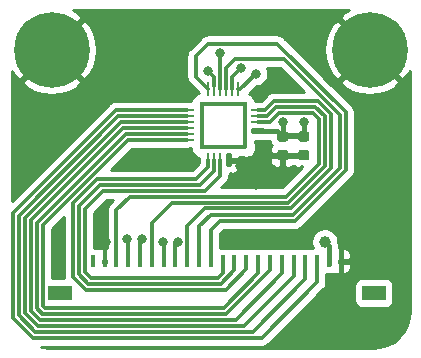
<source format=gbr>
%TF.GenerationSoftware,KiCad,Pcbnew,(5.1.6)-1*%
%TF.CreationDate,2020-10-09T22:51:26+02:00*%
%TF.ProjectId,PCB_Sensor_Array,5043425f-5365-46e7-936f-725f41727261,rev?*%
%TF.SameCoordinates,Original*%
%TF.FileFunction,Copper,L1,Top*%
%TF.FilePolarity,Positive*%
%FSLAX46Y46*%
G04 Gerber Fmt 4.6, Leading zero omitted, Abs format (unit mm)*
G04 Created by KiCad (PCBNEW (5.1.6)-1) date 2020-10-09 22:51:26*
%MOMM*%
%LPD*%
G01*
G04 APERTURE LIST*
%TA.AperFunction,ComponentPad*%
%ADD10C,0.800000*%
%TD*%
%TA.AperFunction,ComponentPad*%
%ADD11C,6.400000*%
%TD*%
%TA.AperFunction,SMDPad,CuDef*%
%ADD12R,0.400000X1.000000*%
%TD*%
%TA.AperFunction,SMDPad,CuDef*%
%ADD13R,2.000000X1.300000*%
%TD*%
%TA.AperFunction,WasherPad*%
%ADD14R,4.000000X0.410000*%
%TD*%
%TA.AperFunction,WasherPad*%
%ADD15R,0.410000X4.000000*%
%TD*%
%TA.AperFunction,SMDPad,CuDef*%
%ADD16O,0.250000X1.250000*%
%TD*%
%TA.AperFunction,SMDPad,CuDef*%
%ADD17O,1.250000X0.250000*%
%TD*%
%TA.AperFunction,SMDPad,CuDef*%
%ADD18O,1.250000X0.500000*%
%TD*%
%TA.AperFunction,SMDPad,CuDef*%
%ADD19O,0.550000X1.250000*%
%TD*%
%TA.AperFunction,ViaPad*%
%ADD20C,0.800000*%
%TD*%
%TA.AperFunction,ViaPad*%
%ADD21C,1.000000*%
%TD*%
%TA.AperFunction,Conductor*%
%ADD22C,0.300000*%
%TD*%
%TA.AperFunction,Conductor*%
%ADD23C,0.400000*%
%TD*%
%TA.AperFunction,Conductor*%
%ADD24C,0.500000*%
%TD*%
%TA.AperFunction,Conductor*%
%ADD25C,0.254000*%
%TD*%
G04 APERTURE END LIST*
D10*
%TO.P,H2,1*%
%TO.N,GND*%
X114727056Y-62818944D03*
X113030000Y-62116000D03*
X111332944Y-62818944D03*
X110630000Y-64516000D03*
X111332944Y-66213056D03*
X113030000Y-66916000D03*
X114727056Y-66213056D03*
X115430000Y-64516000D03*
D11*
X113030000Y-64516000D03*
%TD*%
D10*
%TO.P,H1,1*%
%TO.N,GND*%
X87803056Y-62818944D03*
X86106000Y-62116000D03*
X84408944Y-62818944D03*
X83706000Y-64516000D03*
X84408944Y-66213056D03*
X86106000Y-66916000D03*
X87803056Y-66213056D03*
X88506000Y-64516000D03*
D11*
X86106000Y-64516000D03*
%TD*%
%TO.P,C2,2*%
%TO.N,GND*%
%TA.AperFunction,SMDPad,CuDef*%
G36*
G01*
X105407750Y-72994000D02*
X105920250Y-72994000D01*
G75*
G02*
X106139000Y-73212750I0J-218750D01*
G01*
X106139000Y-73650250D01*
G75*
G02*
X105920250Y-73869000I-218750J0D01*
G01*
X105407750Y-73869000D01*
G75*
G02*
X105189000Y-73650250I0J218750D01*
G01*
X105189000Y-73212750D01*
G75*
G02*
X105407750Y-72994000I218750J0D01*
G01*
G37*
%TD.AperFunction*%
%TO.P,C2,1*%
%TO.N,+1V0*%
%TA.AperFunction,SMDPad,CuDef*%
G36*
G01*
X105407750Y-71419000D02*
X105920250Y-71419000D01*
G75*
G02*
X106139000Y-71637750I0J-218750D01*
G01*
X106139000Y-72075250D01*
G75*
G02*
X105920250Y-72294000I-218750J0D01*
G01*
X105407750Y-72294000D01*
G75*
G02*
X105189000Y-72075250I0J218750D01*
G01*
X105189000Y-71637750D01*
G75*
G02*
X105407750Y-71419000I218750J0D01*
G01*
G37*
%TD.AperFunction*%
%TD*%
%TO.P,C1,2*%
%TO.N,GND*%
%TA.AperFunction,SMDPad,CuDef*%
G36*
G01*
X107185750Y-72994000D02*
X107698250Y-72994000D01*
G75*
G02*
X107917000Y-73212750I0J-218750D01*
G01*
X107917000Y-73650250D01*
G75*
G02*
X107698250Y-73869000I-218750J0D01*
G01*
X107185750Y-73869000D01*
G75*
G02*
X106967000Y-73650250I0J218750D01*
G01*
X106967000Y-73212750D01*
G75*
G02*
X107185750Y-72994000I218750J0D01*
G01*
G37*
%TD.AperFunction*%
%TO.P,C1,1*%
%TO.N,+1V0*%
%TA.AperFunction,SMDPad,CuDef*%
G36*
G01*
X107185750Y-71419000D02*
X107698250Y-71419000D01*
G75*
G02*
X107917000Y-71637750I0J-218750D01*
G01*
X107917000Y-72075250D01*
G75*
G02*
X107698250Y-72294000I-218750J0D01*
G01*
X107185750Y-72294000D01*
G75*
G02*
X106967000Y-72075250I0J218750D01*
G01*
X106967000Y-71637750D01*
G75*
G02*
X107185750Y-71419000I218750J0D01*
G01*
G37*
%TD.AperFunction*%
%TD*%
D12*
%TO.P,J1,22*%
%TO.N,GND*%
X110576000Y-82402000D03*
%TO.P,J1,21*%
%TO.N,+1V0*%
X109576000Y-82402000D03*
%TO.P,J1,20*%
%TO.N,Sensor_A1*%
X108576000Y-82402000D03*
%TO.P,J1,19*%
%TO.N,Sensor_A2*%
X107576000Y-82402000D03*
%TO.P,J1,18*%
%TO.N,Sensor_A3*%
X106576000Y-82402000D03*
%TO.P,J1,17*%
%TO.N,Sensor_A4*%
X105576000Y-82402000D03*
%TO.P,J1,16*%
%TO.N,Sensor_A5*%
X104576000Y-82402000D03*
%TO.P,J1,15*%
%TO.N,Sensor_A6*%
X103576000Y-82402000D03*
%TO.P,J1,14*%
%TO.N,Sensor_A7*%
X102576000Y-82402000D03*
%TO.P,J1,13*%
%TO.N,Sensor_A8*%
X101576000Y-82402000D03*
%TO.P,J1,12*%
%TO.N,Sensor_A9*%
X100576000Y-82402000D03*
%TO.P,J1,11*%
%TO.N,Sensor_B1*%
X99576000Y-82402000D03*
%TO.P,J1,10*%
%TO.N,Sensor_B2*%
X98576000Y-82402000D03*
%TO.P,J1,9*%
%TO.N,Sensor_B3*%
X97576000Y-82402000D03*
%TO.P,J1,8*%
%TO.N,Sensor_B4*%
X96576000Y-82402000D03*
%TO.P,J1,7*%
%TO.N,Sensor_B5*%
X95576000Y-82402000D03*
%TO.P,J1,6*%
%TO.N,Sensor_B6*%
X94576000Y-82402000D03*
%TO.P,J1,5*%
%TO.N,Sensor_B7*%
X93576000Y-82402000D03*
%TO.P,J1,4*%
%TO.N,Sensor_B8*%
X92576000Y-82402000D03*
%TO.P,J1,3*%
%TO.N,Sensor_B9*%
X91576000Y-82402000D03*
%TO.P,J1,2*%
%TO.N,GND*%
X90576000Y-82402000D03*
%TO.P,J1,1*%
%TO.N,Net-(J1-Pad1)*%
X89576000Y-82402000D03*
D13*
%TO.P,J1,MP*%
%TO.N,N/C*%
X113376000Y-85102000D03*
X86776000Y-85102000D03*
%TD*%
D14*
%TO.P,U1,*%
%TO.N,*%
X100644000Y-72726000D03*
X100644000Y-69116000D03*
D15*
X102444000Y-70916000D03*
X98844000Y-70926000D03*
D16*
%TO.P,U1,20*%
%TO.N,Sensor_B1*%
X99334000Y-67866000D03*
%TO.P,U1,19*%
%TO.N,Sensor_B4*%
X99834000Y-67866000D03*
%TO.P,U1,18*%
%TO.N,Sensor_B7*%
X100334000Y-67866000D03*
%TO.P,U1,17*%
%TO.N,Sensor_B2*%
X100834000Y-67866000D03*
%TO.P,U1,16*%
%TO.N,Sensor_B5*%
X101334000Y-67866000D03*
%TO.P,U1,15*%
%TO.N,Sensor_B8*%
X101834000Y-67866000D03*
D17*
%TO.P,U1,14*%
%TO.N,Sensor_B3*%
X103584000Y-69616000D03*
%TO.P,U1,13*%
%TO.N,Sensor_B6*%
X103584000Y-70116000D03*
%TO.P,U1,12*%
%TO.N,Sensor_B9*%
X103584000Y-70616000D03*
D18*
%TO.P,U1,11*%
%TO.N,+1V0*%
X103584000Y-71366000D03*
D19*
%TO.P,U1,10*%
%TO.N,GND*%
X101084000Y-73866000D03*
D16*
%TO.P,U1,9*%
%TO.N,Sensor_A9*%
X100334000Y-73866000D03*
%TO.P,U1,8*%
%TO.N,Sensor_A8*%
X99834000Y-73866000D03*
%TO.P,U1,7*%
%TO.N,Sensor_A7*%
X99334000Y-73866000D03*
D17*
%TO.P,U1,6*%
%TO.N,Sensor_A6*%
X97584000Y-72116000D03*
%TO.P,U1,5*%
%TO.N,Sensor_A5*%
X97584000Y-71616000D03*
%TO.P,U1,4*%
%TO.N,Sensor_A4*%
X97584000Y-71116000D03*
%TO.P,U1,3*%
%TO.N,Sensor_A3*%
X97584000Y-70616000D03*
%TO.P,U1,2*%
%TO.N,Sensor_A2*%
X97584000Y-70116000D03*
%TO.P,U1,1*%
%TO.N,Sensor_A1*%
X97584000Y-69616000D03*
%TD*%
D20*
%TO.N,GND*%
X86614000Y-80518000D03*
X105664000Y-67310000D03*
X92710000Y-74168000D03*
X86106000Y-72390000D03*
%TO.N,Sensor_B8*%
X92456000Y-80518000D03*
%TO.N,Sensor_B7*%
X93726000Y-80518000D03*
%TO.N,Sensor_B5*%
X95504000Y-80772000D03*
%TO.N,Sensor_B4*%
X96774000Y-80772000D03*
D21*
%TO.N,GND*%
X110744000Y-80772000D03*
D20*
X102025000Y-74400000D03*
X103886000Y-73660000D03*
X90678000Y-80772000D03*
X101346000Y-80772000D03*
X103378000Y-75946000D03*
%TO.N,Sensor_B5*%
X102108000Y-66040000D03*
%TO.N,Sensor_B8*%
X103378000Y-66548000D03*
%TO.N,Sensor_B4*%
X99314000Y-66294000D03*
%TO.N,Sensor_B7*%
X100330000Y-64770000D03*
D21*
%TO.N,+1V0*%
X109220000Y-80772000D03*
D20*
X105664000Y-70612000D03*
X107442000Y-70612000D03*
%TD*%
D22*
%TO.N,GND*%
X110576000Y-80940000D02*
X110744000Y-80772000D01*
X110576000Y-82402000D02*
X110576000Y-80940000D01*
D23*
%TO.N,+1V0*%
X105173500Y-71366000D02*
X105664000Y-71856500D01*
X103584000Y-71366000D02*
X105173500Y-71366000D01*
D24*
X107442000Y-71856500D02*
X105664000Y-71856500D01*
D23*
X105664000Y-70612000D02*
X105664000Y-71856500D01*
X107442000Y-71856500D02*
X107442000Y-70612000D01*
X109576000Y-81128000D02*
X109474000Y-81026000D01*
X109576000Y-82656000D02*
X109576000Y-81128000D01*
D22*
%TO.N,Sensor_A1*%
X97584000Y-69616000D02*
X91550160Y-69616000D01*
X91550160Y-69616000D02*
X82804000Y-78362160D01*
X82804000Y-87199602D02*
X84504398Y-88900000D01*
X82804000Y-78362160D02*
X82804000Y-87199602D01*
X84504398Y-88900000D02*
X103886000Y-88900000D01*
X108576000Y-84210000D02*
X108576000Y-82656000D01*
X103886000Y-88900000D02*
X108576000Y-84210000D01*
%TO.N,Sensor_A2*%
X83312000Y-87000482D02*
X84703518Y-88392000D01*
X84703518Y-88392000D02*
X103124000Y-88392000D01*
X107576000Y-83940000D02*
X107576000Y-82656000D01*
X103124000Y-88392000D02*
X107576000Y-83940000D01*
X97584000Y-70116000D02*
X91757280Y-70116000D01*
X83312000Y-78561280D02*
X83312000Y-87000482D01*
X91757280Y-70116000D02*
X83312000Y-78561280D01*
%TO.N,Sensor_A3*%
X83843970Y-86825332D02*
X84902638Y-87884000D01*
X84902638Y-87884000D02*
X102362000Y-87884000D01*
X106576000Y-83670000D02*
X106576000Y-82656000D01*
X102362000Y-87884000D02*
X106576000Y-83670000D01*
X91964400Y-70616000D02*
X83812010Y-78768390D01*
X97584000Y-70616000D02*
X91964400Y-70616000D01*
X83843970Y-86383970D02*
X83843970Y-86825332D01*
X83812010Y-86352010D02*
X83843970Y-86383970D01*
X83812010Y-78768390D02*
X83812010Y-86352010D01*
%TO.N,Sensor_A4*%
X105576000Y-83456000D02*
X105576000Y-82656000D01*
X85081779Y-87356021D02*
X101675979Y-87356021D01*
X84343980Y-86618222D02*
X85081779Y-87356021D01*
X101675979Y-87356021D02*
X105576000Y-83456000D01*
X84343980Y-78943540D02*
X84343980Y-86618222D01*
X92171520Y-71116000D02*
X84343980Y-78943540D01*
X97584000Y-71116000D02*
X92171520Y-71116000D01*
%TO.N,Sensor_A5*%
X104576000Y-83163120D02*
X104576000Y-82656000D01*
X100883109Y-86856011D02*
X104576000Y-83163120D01*
X85288889Y-86856011D02*
X100883109Y-86856011D01*
X84843990Y-86411112D02*
X85288889Y-86856011D01*
X84843990Y-79150650D02*
X84843990Y-86411112D01*
X92378640Y-71616000D02*
X84843990Y-79150650D01*
X97584000Y-71616000D02*
X92378640Y-71616000D01*
%TO.N,Sensor_A6*%
X92585760Y-72116000D02*
X85344000Y-79357760D01*
X97584000Y-72116000D02*
X92585760Y-72116000D01*
X103576000Y-83456000D02*
X103576000Y-82656000D01*
X100675999Y-86356001D02*
X103576000Y-83456000D01*
X85495999Y-86356001D02*
X100675999Y-86356001D01*
X85344000Y-86204002D02*
X85495999Y-86356001D01*
X85344000Y-79357760D02*
X85344000Y-86204002D01*
%TO.N,Sensor_A7*%
X99334000Y-74402000D02*
X99334000Y-73866000D01*
X98282020Y-75453980D02*
X99334000Y-74402000D01*
X89954900Y-75453980D02*
X98282020Y-75453980D01*
X102576000Y-83098000D02*
X100853980Y-84820020D01*
X87899980Y-77508900D02*
X89954900Y-75453980D01*
X100853980Y-84820020D02*
X88995778Y-84820020D01*
X102576000Y-82656000D02*
X102576000Y-83098000D01*
X88995778Y-84820020D02*
X87899980Y-83724222D01*
X87899980Y-83724222D02*
X87899980Y-77508900D01*
%TO.N,Sensor_A8*%
X98671010Y-75953990D02*
X90162010Y-75953990D01*
X99834000Y-73866000D02*
X99834000Y-74791000D01*
X99834000Y-74791000D02*
X98671010Y-75953990D01*
X89202888Y-84320010D02*
X100419110Y-84320010D01*
X101576000Y-83163120D02*
X101576000Y-82656000D01*
X88399990Y-83517112D02*
X89202888Y-84320010D01*
X100419110Y-84320010D02*
X101576000Y-83163120D01*
X88399990Y-77716010D02*
X88399990Y-83517112D01*
X90162010Y-75953990D02*
X88399990Y-77716010D01*
%TO.N,Sensor_A9*%
X100588000Y-82644000D02*
X100576000Y-82656000D01*
X100334000Y-73866000D02*
X100334000Y-75180000D01*
X100334000Y-75180000D02*
X99060000Y-76454000D01*
X99060000Y-76454000D02*
X90424000Y-76454000D01*
X90424000Y-76454000D02*
X88900000Y-77978000D01*
X88900000Y-83310002D02*
X89409998Y-83820000D01*
X88900000Y-77978000D02*
X88900000Y-83310002D01*
X100576000Y-83456000D02*
X100576000Y-82656000D01*
X100212000Y-83820000D02*
X100576000Y-83456000D01*
X89409998Y-83820000D02*
X100212000Y-83820000D01*
%TO.N,Sensor_B1*%
X99576000Y-79764000D02*
X99576000Y-82656000D01*
X99314000Y-64008000D02*
X105190480Y-64008000D01*
X98298000Y-65024000D02*
X99314000Y-64008000D01*
X99334000Y-67866000D02*
X99334000Y-67838000D01*
X98298000Y-66802000D02*
X98298000Y-65024000D01*
X100330000Y-78994000D02*
X99568000Y-79756000D01*
X99334000Y-67838000D02*
X98298000Y-66802000D01*
X105190480Y-64008000D02*
X110998000Y-69815520D01*
X110998000Y-69815520D02*
X110998000Y-74710480D01*
X110998000Y-74710480D02*
X106714480Y-78994000D01*
X106714480Y-78994000D02*
X100330000Y-78994000D01*
X99568000Y-79756000D02*
X99576000Y-79764000D01*
%TO.N,Sensor_B2*%
X99568000Y-78486000D02*
X98576000Y-79478000D01*
X106515360Y-78486000D02*
X99568000Y-78486000D01*
X100834000Y-66044000D02*
X101600000Y-65278000D01*
X110490000Y-74511360D02*
X106515360Y-78486000D01*
X101600000Y-65278000D02*
X105753360Y-65278000D01*
X98576000Y-79478000D02*
X98576000Y-82656000D01*
X110490000Y-70014640D02*
X110490000Y-74511360D01*
X100834000Y-67866000D02*
X100834000Y-66044000D01*
X105753360Y-65278000D02*
X110490000Y-70014640D01*
%TO.N,Sensor_B3*%
X97576000Y-79462000D02*
X97576000Y-82656000D01*
X106340210Y-77954030D02*
X99083970Y-77954030D01*
X109728000Y-74566240D02*
X106340210Y-77954030D01*
X103584000Y-69616000D02*
X104135758Y-69616000D01*
X108618220Y-68849980D02*
X109728000Y-69959760D01*
X109728000Y-69959760D02*
X109728000Y-74566240D01*
X99083970Y-77954030D02*
X97576000Y-79462000D01*
X104135758Y-69616000D02*
X104901778Y-68849980D01*
X104901778Y-68849980D02*
X108618220Y-68849980D01*
%TO.N,Sensor_B4*%
X99829990Y-66809990D02*
X99829990Y-67626870D01*
X99314000Y-66294000D02*
X99829990Y-66809990D01*
X96576000Y-80970000D02*
X96774000Y-80772000D01*
X96576000Y-82402000D02*
X96576000Y-80970000D01*
%TO.N,Sensor_B5*%
X101334000Y-66814000D02*
X102108000Y-66040000D01*
X101334000Y-67866000D02*
X101334000Y-66814000D01*
X95576000Y-80844000D02*
X95504000Y-80772000D01*
X95576000Y-82402000D02*
X95576000Y-80844000D01*
%TO.N,Sensor_B6*%
X103584000Y-70116000D02*
X104342878Y-70116000D01*
X108411110Y-69349990D02*
X109212010Y-70150890D01*
X104342878Y-70116000D02*
X105108888Y-69349990D01*
X105108888Y-69349990D02*
X108411110Y-69349990D01*
X109212010Y-74375110D02*
X106133100Y-77454020D01*
X109212010Y-70150890D02*
X109212010Y-74375110D01*
X106133100Y-77454020D02*
X96281980Y-77454020D01*
X94576000Y-79160000D02*
X94576000Y-82656000D01*
X96281980Y-77454020D02*
X94576000Y-79160000D01*
%TO.N,Sensor_B7*%
X100330000Y-67862000D02*
X100334000Y-67866000D01*
X100330000Y-65024000D02*
X100330000Y-67862000D01*
X93576000Y-80668000D02*
X93726000Y-80518000D01*
X93576000Y-82402000D02*
X93576000Y-80668000D01*
%TO.N,Sensor_B8*%
X102060000Y-67866000D02*
X103378000Y-66548000D01*
X101834000Y-67866000D02*
X102060000Y-67866000D01*
X92576000Y-80638000D02*
X92456000Y-80518000D01*
X92576000Y-82402000D02*
X92576000Y-80638000D01*
%TO.N,Sensor_B9*%
X104549998Y-70616000D02*
X103584000Y-70616000D01*
X105315998Y-69850000D02*
X104549998Y-70616000D01*
X108204000Y-69850000D02*
X105315998Y-69850000D01*
X108712000Y-70358000D02*
X108204000Y-69850000D01*
X91576000Y-78096000D02*
X92717990Y-76954010D01*
X91576000Y-82656000D02*
X91576000Y-78096000D01*
X92717990Y-76954010D02*
X105925990Y-76954010D01*
X108712000Y-74168000D02*
X108712000Y-70358000D01*
X105925990Y-76954010D02*
X108712000Y-74168000D01*
%TD*%
D25*
%TO.N,GND*%
G36*
X110909330Y-61298445D02*
G01*
X110868912Y-61325452D01*
X110508724Y-61815119D01*
X113030000Y-64336395D01*
X113044143Y-64322253D01*
X113223748Y-64501858D01*
X113209605Y-64516000D01*
X115730881Y-67037276D01*
X116220548Y-66677088D01*
X116434000Y-66283734D01*
X116434001Y-86581711D01*
X116370904Y-87225221D01*
X116193394Y-87813164D01*
X115905063Y-88355436D01*
X115516906Y-88831364D01*
X115043686Y-89222845D01*
X114503449Y-89514950D01*
X113916756Y-89696563D01*
X113275130Y-89764000D01*
X85884279Y-89764000D01*
X85240779Y-89700904D01*
X85188102Y-89685000D01*
X103847447Y-89685000D01*
X103886000Y-89688797D01*
X103924553Y-89685000D01*
X103924561Y-89685000D01*
X104039887Y-89673641D01*
X104187860Y-89628754D01*
X104324233Y-89555862D01*
X104443764Y-89457764D01*
X104468347Y-89427810D01*
X109103811Y-84792346D01*
X109133764Y-84767764D01*
X109231862Y-84648233D01*
X109304754Y-84511860D01*
X109320850Y-84458798D01*
X109322912Y-84452000D01*
X111737928Y-84452000D01*
X111737928Y-85752000D01*
X111750188Y-85876482D01*
X111786498Y-85996180D01*
X111845463Y-86106494D01*
X111924815Y-86203185D01*
X112021506Y-86282537D01*
X112131820Y-86341502D01*
X112251518Y-86377812D01*
X112376000Y-86390072D01*
X114376000Y-86390072D01*
X114500482Y-86377812D01*
X114620180Y-86341502D01*
X114730494Y-86282537D01*
X114827185Y-86203185D01*
X114906537Y-86106494D01*
X114965502Y-85996180D01*
X115001812Y-85876482D01*
X115014072Y-85752000D01*
X115014072Y-84452000D01*
X115001812Y-84327518D01*
X114965502Y-84207820D01*
X114906537Y-84097506D01*
X114827185Y-84000815D01*
X114730494Y-83921463D01*
X114620180Y-83862498D01*
X114500482Y-83826188D01*
X114376000Y-83813928D01*
X112376000Y-83813928D01*
X112251518Y-83826188D01*
X112131820Y-83862498D01*
X112021506Y-83921463D01*
X111924815Y-84000815D01*
X111845463Y-84097506D01*
X111786498Y-84207820D01*
X111750188Y-84327518D01*
X111737928Y-84452000D01*
X109322912Y-84452000D01*
X109349642Y-84363887D01*
X109360047Y-84258232D01*
X109361000Y-84248561D01*
X109361000Y-84248556D01*
X109364797Y-84210000D01*
X109361000Y-84171444D01*
X109361000Y-83538595D01*
X109376000Y-83540072D01*
X109776000Y-83540072D01*
X109900482Y-83527812D01*
X110020180Y-83491502D01*
X110075890Y-83461724D01*
X110120421Y-83486650D01*
X110239391Y-83525277D01*
X110344250Y-83537000D01*
X110503000Y-83378250D01*
X110503000Y-82529000D01*
X110649000Y-82529000D01*
X110649000Y-83378250D01*
X110807750Y-83537000D01*
X110912609Y-83525277D01*
X111031579Y-83486650D01*
X111140728Y-83425555D01*
X111235860Y-83344340D01*
X111313320Y-83246126D01*
X111370131Y-83134688D01*
X111404111Y-83014308D01*
X111413952Y-82889612D01*
X111411000Y-82687750D01*
X111252250Y-82529000D01*
X110649000Y-82529000D01*
X110503000Y-82529000D01*
X110429000Y-82529000D01*
X110429000Y-82275000D01*
X110503000Y-82275000D01*
X110503000Y-81425750D01*
X110649000Y-81425750D01*
X110649000Y-82275000D01*
X111252250Y-82275000D01*
X111411000Y-82116250D01*
X111413952Y-81914388D01*
X111404111Y-81789692D01*
X111370131Y-81669312D01*
X111313320Y-81557874D01*
X111235860Y-81459660D01*
X111140728Y-81378445D01*
X111031579Y-81317350D01*
X110912609Y-81278723D01*
X110807750Y-81267000D01*
X110649000Y-81425750D01*
X110503000Y-81425750D01*
X110411000Y-81333750D01*
X110411000Y-81169018D01*
X110415040Y-81128000D01*
X110409711Y-81073898D01*
X110398918Y-80964311D01*
X110355000Y-80819532D01*
X110355000Y-80660212D01*
X110311383Y-80440933D01*
X110225824Y-80234376D01*
X110101612Y-80048480D01*
X109943520Y-79890388D01*
X109757624Y-79766176D01*
X109551067Y-79680617D01*
X109331788Y-79637000D01*
X109108212Y-79637000D01*
X108888933Y-79680617D01*
X108682376Y-79766176D01*
X108496480Y-79890388D01*
X108338388Y-80048480D01*
X108214176Y-80234376D01*
X108128617Y-80440933D01*
X108085000Y-80660212D01*
X108085000Y-80883788D01*
X108128617Y-81103067D01*
X108206041Y-81289983D01*
X108131820Y-81312498D01*
X108076000Y-81342335D01*
X108020180Y-81312498D01*
X107900482Y-81276188D01*
X107776000Y-81263928D01*
X107376000Y-81263928D01*
X107251518Y-81276188D01*
X107131820Y-81312498D01*
X107076000Y-81342335D01*
X107020180Y-81312498D01*
X106900482Y-81276188D01*
X106776000Y-81263928D01*
X106376000Y-81263928D01*
X106251518Y-81276188D01*
X106131820Y-81312498D01*
X106076000Y-81342335D01*
X106020180Y-81312498D01*
X105900482Y-81276188D01*
X105776000Y-81263928D01*
X105376000Y-81263928D01*
X105251518Y-81276188D01*
X105131820Y-81312498D01*
X105076000Y-81342335D01*
X105020180Y-81312498D01*
X104900482Y-81276188D01*
X104776000Y-81263928D01*
X104376000Y-81263928D01*
X104251518Y-81276188D01*
X104131820Y-81312498D01*
X104076000Y-81342335D01*
X104020180Y-81312498D01*
X103900482Y-81276188D01*
X103776000Y-81263928D01*
X103376000Y-81263928D01*
X103251518Y-81276188D01*
X103131820Y-81312498D01*
X103076000Y-81342335D01*
X103020180Y-81312498D01*
X102900482Y-81276188D01*
X102776000Y-81263928D01*
X102376000Y-81263928D01*
X102251518Y-81276188D01*
X102131820Y-81312498D01*
X102076000Y-81342335D01*
X102020180Y-81312498D01*
X101900482Y-81276188D01*
X101776000Y-81263928D01*
X101376000Y-81263928D01*
X101251518Y-81276188D01*
X101131820Y-81312498D01*
X101076000Y-81342335D01*
X101020180Y-81312498D01*
X100900482Y-81276188D01*
X100776000Y-81263928D01*
X100376000Y-81263928D01*
X100361000Y-81265405D01*
X100361000Y-80073157D01*
X100655157Y-79779000D01*
X106675927Y-79779000D01*
X106714480Y-79782797D01*
X106753033Y-79779000D01*
X106753041Y-79779000D01*
X106868367Y-79767641D01*
X107016340Y-79722754D01*
X107152713Y-79649862D01*
X107272244Y-79551764D01*
X107296827Y-79521810D01*
X111525816Y-75292822D01*
X111555764Y-75268244D01*
X111591061Y-75225236D01*
X111619323Y-75190798D01*
X111653862Y-75148713D01*
X111726754Y-75012340D01*
X111771641Y-74864367D01*
X111783000Y-74749041D01*
X111783000Y-74749034D01*
X111786797Y-74710481D01*
X111783000Y-74671928D01*
X111783000Y-69854076D01*
X111786797Y-69815520D01*
X111783000Y-69776960D01*
X111783000Y-69776959D01*
X111775631Y-69702138D01*
X111771642Y-69661633D01*
X111726754Y-69513660D01*
X111712412Y-69486828D01*
X111653862Y-69377287D01*
X111555764Y-69257756D01*
X111525811Y-69233174D01*
X109509518Y-67216881D01*
X110508724Y-67216881D01*
X110868912Y-67706548D01*
X111532882Y-68066849D01*
X112254385Y-68290694D01*
X113005695Y-68369480D01*
X113757938Y-68300178D01*
X114482208Y-68085452D01*
X115150670Y-67733555D01*
X115191088Y-67706548D01*
X115551276Y-67216881D01*
X113030000Y-64695605D01*
X110508724Y-67216881D01*
X109509518Y-67216881D01*
X106784332Y-64491695D01*
X109176520Y-64491695D01*
X109245822Y-65243938D01*
X109460548Y-65968208D01*
X109812445Y-66636670D01*
X109839452Y-66677088D01*
X110329119Y-67037276D01*
X112850395Y-64516000D01*
X110329119Y-61994724D01*
X109839452Y-62354912D01*
X109479151Y-63018882D01*
X109255306Y-63740385D01*
X109176520Y-64491695D01*
X106784332Y-64491695D01*
X105772827Y-63480190D01*
X105748244Y-63450236D01*
X105628713Y-63352138D01*
X105492340Y-63279246D01*
X105344367Y-63234359D01*
X105229041Y-63223000D01*
X105229033Y-63223000D01*
X105190480Y-63219203D01*
X105151927Y-63223000D01*
X99352555Y-63223000D01*
X99314000Y-63219203D01*
X99275444Y-63223000D01*
X99275439Y-63223000D01*
X99235026Y-63226980D01*
X99160113Y-63234358D01*
X99018947Y-63277181D01*
X99012140Y-63279246D01*
X98875767Y-63352138D01*
X98827720Y-63391570D01*
X98786187Y-63425655D01*
X98786184Y-63425658D01*
X98756236Y-63450236D01*
X98731657Y-63480185D01*
X97770185Y-64441658D01*
X97740237Y-64466236D01*
X97715659Y-64496184D01*
X97715655Y-64496188D01*
X97683137Y-64535812D01*
X97642139Y-64585767D01*
X97640107Y-64589569D01*
X97569246Y-64722141D01*
X97524359Y-64870114D01*
X97509203Y-65024000D01*
X97513001Y-65062562D01*
X97513000Y-66763447D01*
X97509203Y-66802000D01*
X97513000Y-66840553D01*
X97513000Y-66840560D01*
X97524359Y-66955886D01*
X97569246Y-67103859D01*
X97642138Y-67240232D01*
X97740236Y-67359764D01*
X97770190Y-67384347D01*
X98574001Y-68188159D01*
X98574001Y-68191455D01*
X98505855Y-68205010D01*
X98344795Y-68271723D01*
X98199845Y-68368576D01*
X98076576Y-68491845D01*
X97979723Y-68636795D01*
X97913010Y-68797855D01*
X97901444Y-68856000D01*
X97782855Y-68856000D01*
X97737887Y-68842359D01*
X97622561Y-68831000D01*
X91588712Y-68831000D01*
X91550159Y-68827203D01*
X91511606Y-68831000D01*
X91511599Y-68831000D01*
X91410650Y-68840943D01*
X91396272Y-68842359D01*
X91315052Y-68866997D01*
X91248300Y-68887246D01*
X91111927Y-68960138D01*
X91062169Y-69000974D01*
X91022347Y-69033655D01*
X91022344Y-69033658D01*
X90992396Y-69058236D01*
X90967818Y-69088184D01*
X82702000Y-77354003D01*
X82702000Y-67216881D01*
X83584724Y-67216881D01*
X83944912Y-67706548D01*
X84608882Y-68066849D01*
X85330385Y-68290694D01*
X86081695Y-68369480D01*
X86833938Y-68300178D01*
X87558208Y-68085452D01*
X88226670Y-67733555D01*
X88267088Y-67706548D01*
X88627276Y-67216881D01*
X86106000Y-64695605D01*
X83584724Y-67216881D01*
X82702000Y-67216881D01*
X82702000Y-66282500D01*
X82888445Y-66636670D01*
X82915452Y-66677088D01*
X83405119Y-67037276D01*
X85926395Y-64516000D01*
X86285605Y-64516000D01*
X88806881Y-67037276D01*
X89296548Y-66677088D01*
X89656849Y-66013118D01*
X89880694Y-65291615D01*
X89959480Y-64540305D01*
X89890178Y-63788062D01*
X89675452Y-63063792D01*
X89323555Y-62395330D01*
X89296548Y-62354912D01*
X88806881Y-61994724D01*
X86285605Y-64516000D01*
X85926395Y-64516000D01*
X85912253Y-64501858D01*
X86091858Y-64322253D01*
X86106000Y-64336395D01*
X88627276Y-61815119D01*
X88267088Y-61325452D01*
X87873734Y-61112000D01*
X111263500Y-61112000D01*
X110909330Y-61298445D01*
G37*
X110909330Y-61298445D02*
X110868912Y-61325452D01*
X110508724Y-61815119D01*
X113030000Y-64336395D01*
X113044143Y-64322253D01*
X113223748Y-64501858D01*
X113209605Y-64516000D01*
X115730881Y-67037276D01*
X116220548Y-66677088D01*
X116434000Y-66283734D01*
X116434001Y-86581711D01*
X116370904Y-87225221D01*
X116193394Y-87813164D01*
X115905063Y-88355436D01*
X115516906Y-88831364D01*
X115043686Y-89222845D01*
X114503449Y-89514950D01*
X113916756Y-89696563D01*
X113275130Y-89764000D01*
X85884279Y-89764000D01*
X85240779Y-89700904D01*
X85188102Y-89685000D01*
X103847447Y-89685000D01*
X103886000Y-89688797D01*
X103924553Y-89685000D01*
X103924561Y-89685000D01*
X104039887Y-89673641D01*
X104187860Y-89628754D01*
X104324233Y-89555862D01*
X104443764Y-89457764D01*
X104468347Y-89427810D01*
X109103811Y-84792346D01*
X109133764Y-84767764D01*
X109231862Y-84648233D01*
X109304754Y-84511860D01*
X109320850Y-84458798D01*
X109322912Y-84452000D01*
X111737928Y-84452000D01*
X111737928Y-85752000D01*
X111750188Y-85876482D01*
X111786498Y-85996180D01*
X111845463Y-86106494D01*
X111924815Y-86203185D01*
X112021506Y-86282537D01*
X112131820Y-86341502D01*
X112251518Y-86377812D01*
X112376000Y-86390072D01*
X114376000Y-86390072D01*
X114500482Y-86377812D01*
X114620180Y-86341502D01*
X114730494Y-86282537D01*
X114827185Y-86203185D01*
X114906537Y-86106494D01*
X114965502Y-85996180D01*
X115001812Y-85876482D01*
X115014072Y-85752000D01*
X115014072Y-84452000D01*
X115001812Y-84327518D01*
X114965502Y-84207820D01*
X114906537Y-84097506D01*
X114827185Y-84000815D01*
X114730494Y-83921463D01*
X114620180Y-83862498D01*
X114500482Y-83826188D01*
X114376000Y-83813928D01*
X112376000Y-83813928D01*
X112251518Y-83826188D01*
X112131820Y-83862498D01*
X112021506Y-83921463D01*
X111924815Y-84000815D01*
X111845463Y-84097506D01*
X111786498Y-84207820D01*
X111750188Y-84327518D01*
X111737928Y-84452000D01*
X109322912Y-84452000D01*
X109349642Y-84363887D01*
X109360047Y-84258232D01*
X109361000Y-84248561D01*
X109361000Y-84248556D01*
X109364797Y-84210000D01*
X109361000Y-84171444D01*
X109361000Y-83538595D01*
X109376000Y-83540072D01*
X109776000Y-83540072D01*
X109900482Y-83527812D01*
X110020180Y-83491502D01*
X110075890Y-83461724D01*
X110120421Y-83486650D01*
X110239391Y-83525277D01*
X110344250Y-83537000D01*
X110503000Y-83378250D01*
X110503000Y-82529000D01*
X110649000Y-82529000D01*
X110649000Y-83378250D01*
X110807750Y-83537000D01*
X110912609Y-83525277D01*
X111031579Y-83486650D01*
X111140728Y-83425555D01*
X111235860Y-83344340D01*
X111313320Y-83246126D01*
X111370131Y-83134688D01*
X111404111Y-83014308D01*
X111413952Y-82889612D01*
X111411000Y-82687750D01*
X111252250Y-82529000D01*
X110649000Y-82529000D01*
X110503000Y-82529000D01*
X110429000Y-82529000D01*
X110429000Y-82275000D01*
X110503000Y-82275000D01*
X110503000Y-81425750D01*
X110649000Y-81425750D01*
X110649000Y-82275000D01*
X111252250Y-82275000D01*
X111411000Y-82116250D01*
X111413952Y-81914388D01*
X111404111Y-81789692D01*
X111370131Y-81669312D01*
X111313320Y-81557874D01*
X111235860Y-81459660D01*
X111140728Y-81378445D01*
X111031579Y-81317350D01*
X110912609Y-81278723D01*
X110807750Y-81267000D01*
X110649000Y-81425750D01*
X110503000Y-81425750D01*
X110411000Y-81333750D01*
X110411000Y-81169018D01*
X110415040Y-81128000D01*
X110409711Y-81073898D01*
X110398918Y-80964311D01*
X110355000Y-80819532D01*
X110355000Y-80660212D01*
X110311383Y-80440933D01*
X110225824Y-80234376D01*
X110101612Y-80048480D01*
X109943520Y-79890388D01*
X109757624Y-79766176D01*
X109551067Y-79680617D01*
X109331788Y-79637000D01*
X109108212Y-79637000D01*
X108888933Y-79680617D01*
X108682376Y-79766176D01*
X108496480Y-79890388D01*
X108338388Y-80048480D01*
X108214176Y-80234376D01*
X108128617Y-80440933D01*
X108085000Y-80660212D01*
X108085000Y-80883788D01*
X108128617Y-81103067D01*
X108206041Y-81289983D01*
X108131820Y-81312498D01*
X108076000Y-81342335D01*
X108020180Y-81312498D01*
X107900482Y-81276188D01*
X107776000Y-81263928D01*
X107376000Y-81263928D01*
X107251518Y-81276188D01*
X107131820Y-81312498D01*
X107076000Y-81342335D01*
X107020180Y-81312498D01*
X106900482Y-81276188D01*
X106776000Y-81263928D01*
X106376000Y-81263928D01*
X106251518Y-81276188D01*
X106131820Y-81312498D01*
X106076000Y-81342335D01*
X106020180Y-81312498D01*
X105900482Y-81276188D01*
X105776000Y-81263928D01*
X105376000Y-81263928D01*
X105251518Y-81276188D01*
X105131820Y-81312498D01*
X105076000Y-81342335D01*
X105020180Y-81312498D01*
X104900482Y-81276188D01*
X104776000Y-81263928D01*
X104376000Y-81263928D01*
X104251518Y-81276188D01*
X104131820Y-81312498D01*
X104076000Y-81342335D01*
X104020180Y-81312498D01*
X103900482Y-81276188D01*
X103776000Y-81263928D01*
X103376000Y-81263928D01*
X103251518Y-81276188D01*
X103131820Y-81312498D01*
X103076000Y-81342335D01*
X103020180Y-81312498D01*
X102900482Y-81276188D01*
X102776000Y-81263928D01*
X102376000Y-81263928D01*
X102251518Y-81276188D01*
X102131820Y-81312498D01*
X102076000Y-81342335D01*
X102020180Y-81312498D01*
X101900482Y-81276188D01*
X101776000Y-81263928D01*
X101376000Y-81263928D01*
X101251518Y-81276188D01*
X101131820Y-81312498D01*
X101076000Y-81342335D01*
X101020180Y-81312498D01*
X100900482Y-81276188D01*
X100776000Y-81263928D01*
X100376000Y-81263928D01*
X100361000Y-81265405D01*
X100361000Y-80073157D01*
X100655157Y-79779000D01*
X106675927Y-79779000D01*
X106714480Y-79782797D01*
X106753033Y-79779000D01*
X106753041Y-79779000D01*
X106868367Y-79767641D01*
X107016340Y-79722754D01*
X107152713Y-79649862D01*
X107272244Y-79551764D01*
X107296827Y-79521810D01*
X111525816Y-75292822D01*
X111555764Y-75268244D01*
X111591061Y-75225236D01*
X111619323Y-75190798D01*
X111653862Y-75148713D01*
X111726754Y-75012340D01*
X111771641Y-74864367D01*
X111783000Y-74749041D01*
X111783000Y-74749034D01*
X111786797Y-74710481D01*
X111783000Y-74671928D01*
X111783000Y-69854076D01*
X111786797Y-69815520D01*
X111783000Y-69776960D01*
X111783000Y-69776959D01*
X111775631Y-69702138D01*
X111771642Y-69661633D01*
X111726754Y-69513660D01*
X111712412Y-69486828D01*
X111653862Y-69377287D01*
X111555764Y-69257756D01*
X111525811Y-69233174D01*
X109509518Y-67216881D01*
X110508724Y-67216881D01*
X110868912Y-67706548D01*
X111532882Y-68066849D01*
X112254385Y-68290694D01*
X113005695Y-68369480D01*
X113757938Y-68300178D01*
X114482208Y-68085452D01*
X115150670Y-67733555D01*
X115191088Y-67706548D01*
X115551276Y-67216881D01*
X113030000Y-64695605D01*
X110508724Y-67216881D01*
X109509518Y-67216881D01*
X106784332Y-64491695D01*
X109176520Y-64491695D01*
X109245822Y-65243938D01*
X109460548Y-65968208D01*
X109812445Y-66636670D01*
X109839452Y-66677088D01*
X110329119Y-67037276D01*
X112850395Y-64516000D01*
X110329119Y-61994724D01*
X109839452Y-62354912D01*
X109479151Y-63018882D01*
X109255306Y-63740385D01*
X109176520Y-64491695D01*
X106784332Y-64491695D01*
X105772827Y-63480190D01*
X105748244Y-63450236D01*
X105628713Y-63352138D01*
X105492340Y-63279246D01*
X105344367Y-63234359D01*
X105229041Y-63223000D01*
X105229033Y-63223000D01*
X105190480Y-63219203D01*
X105151927Y-63223000D01*
X99352555Y-63223000D01*
X99314000Y-63219203D01*
X99275444Y-63223000D01*
X99275439Y-63223000D01*
X99235026Y-63226980D01*
X99160113Y-63234358D01*
X99018947Y-63277181D01*
X99012140Y-63279246D01*
X98875767Y-63352138D01*
X98827720Y-63391570D01*
X98786187Y-63425655D01*
X98786184Y-63425658D01*
X98756236Y-63450236D01*
X98731657Y-63480185D01*
X97770185Y-64441658D01*
X97740237Y-64466236D01*
X97715659Y-64496184D01*
X97715655Y-64496188D01*
X97683137Y-64535812D01*
X97642139Y-64585767D01*
X97640107Y-64589569D01*
X97569246Y-64722141D01*
X97524359Y-64870114D01*
X97509203Y-65024000D01*
X97513001Y-65062562D01*
X97513000Y-66763447D01*
X97509203Y-66802000D01*
X97513000Y-66840553D01*
X97513000Y-66840560D01*
X97524359Y-66955886D01*
X97569246Y-67103859D01*
X97642138Y-67240232D01*
X97740236Y-67359764D01*
X97770190Y-67384347D01*
X98574001Y-68188159D01*
X98574001Y-68191455D01*
X98505855Y-68205010D01*
X98344795Y-68271723D01*
X98199845Y-68368576D01*
X98076576Y-68491845D01*
X97979723Y-68636795D01*
X97913010Y-68797855D01*
X97901444Y-68856000D01*
X97782855Y-68856000D01*
X97737887Y-68842359D01*
X97622561Y-68831000D01*
X91588712Y-68831000D01*
X91550159Y-68827203D01*
X91511606Y-68831000D01*
X91511599Y-68831000D01*
X91410650Y-68840943D01*
X91396272Y-68842359D01*
X91315052Y-68866997D01*
X91248300Y-68887246D01*
X91111927Y-68960138D01*
X91062169Y-69000974D01*
X91022347Y-69033655D01*
X91022344Y-69033658D01*
X90992396Y-69058236D01*
X90967818Y-69088184D01*
X82702000Y-77354003D01*
X82702000Y-67216881D01*
X83584724Y-67216881D01*
X83944912Y-67706548D01*
X84608882Y-68066849D01*
X85330385Y-68290694D01*
X86081695Y-68369480D01*
X86833938Y-68300178D01*
X87558208Y-68085452D01*
X88226670Y-67733555D01*
X88267088Y-67706548D01*
X88627276Y-67216881D01*
X86106000Y-64695605D01*
X83584724Y-67216881D01*
X82702000Y-67216881D01*
X82702000Y-66282500D01*
X82888445Y-66636670D01*
X82915452Y-66677088D01*
X83405119Y-67037276D01*
X85926395Y-64516000D01*
X86285605Y-64516000D01*
X88806881Y-67037276D01*
X89296548Y-66677088D01*
X89656849Y-66013118D01*
X89880694Y-65291615D01*
X89959480Y-64540305D01*
X89890178Y-63788062D01*
X89675452Y-63063792D01*
X89323555Y-62395330D01*
X89296548Y-62354912D01*
X88806881Y-61994724D01*
X86285605Y-64516000D01*
X85926395Y-64516000D01*
X85912253Y-64501858D01*
X86091858Y-64322253D01*
X86106000Y-64336395D01*
X88627276Y-61815119D01*
X88267088Y-61325452D01*
X87873734Y-61112000D01*
X111263500Y-61112000D01*
X110909330Y-61298445D01*
G36*
X87114980Y-83685669D02*
G01*
X87111183Y-83724222D01*
X87114980Y-83762775D01*
X87114980Y-83762782D01*
X87120018Y-83813928D01*
X86129000Y-83813928D01*
X86129000Y-79682917D01*
X87114981Y-78696936D01*
X87114980Y-83685669D01*
G37*
X87114980Y-83685669D02*
X87111183Y-83724222D01*
X87114980Y-83762775D01*
X87114980Y-83762782D01*
X87120018Y-83813928D01*
X86129000Y-83813928D01*
X86129000Y-79682917D01*
X87114981Y-78696936D01*
X87114980Y-83685669D01*
G36*
X91048185Y-77513658D02*
G01*
X91018237Y-77538236D01*
X90993659Y-77568184D01*
X90993655Y-77568188D01*
X90989409Y-77573362D01*
X90920139Y-77657767D01*
X90897031Y-77701000D01*
X90847246Y-77794141D01*
X90802359Y-77942114D01*
X90787203Y-78096000D01*
X90791001Y-78134563D01*
X90791000Y-81283750D01*
X90649000Y-81425750D01*
X90649000Y-82275000D01*
X90723000Y-82275000D01*
X90723000Y-82529000D01*
X90649000Y-82529000D01*
X90649000Y-82549000D01*
X90503000Y-82549000D01*
X90503000Y-82529000D01*
X90429000Y-82529000D01*
X90429000Y-82275000D01*
X90503000Y-82275000D01*
X90503000Y-81425750D01*
X90344250Y-81267000D01*
X90239391Y-81278723D01*
X90120421Y-81317350D01*
X90075890Y-81342276D01*
X90020180Y-81312498D01*
X89900482Y-81276188D01*
X89776000Y-81263928D01*
X89685000Y-81263928D01*
X89685000Y-78303157D01*
X90749158Y-77239000D01*
X91322843Y-77239000D01*
X91048185Y-77513658D01*
G37*
X91048185Y-77513658D02*
X91018237Y-77538236D01*
X90993659Y-77568184D01*
X90993655Y-77568188D01*
X90989409Y-77573362D01*
X90920139Y-77657767D01*
X90897031Y-77701000D01*
X90847246Y-77794141D01*
X90802359Y-77942114D01*
X90787203Y-78096000D01*
X90791001Y-78134563D01*
X90791000Y-81283750D01*
X90649000Y-81425750D01*
X90649000Y-82275000D01*
X90723000Y-82275000D01*
X90723000Y-82529000D01*
X90649000Y-82529000D01*
X90649000Y-82549000D01*
X90503000Y-82549000D01*
X90503000Y-82529000D01*
X90429000Y-82529000D01*
X90429000Y-82275000D01*
X90503000Y-82275000D01*
X90503000Y-81425750D01*
X90344250Y-81267000D01*
X90239391Y-81278723D01*
X90120421Y-81317350D01*
X90075890Y-81342276D01*
X90020180Y-81312498D01*
X89900482Y-81276188D01*
X89776000Y-81263928D01*
X89685000Y-81263928D01*
X89685000Y-78303157D01*
X90749158Y-77239000D01*
X91322843Y-77239000D01*
X91048185Y-77513658D01*
G36*
X104567392Y-72242408D02*
G01*
X104616150Y-72403142D01*
X104695329Y-72551275D01*
X104713100Y-72572930D01*
X104658463Y-72639506D01*
X104599498Y-72749820D01*
X104563188Y-72869518D01*
X104550928Y-72994000D01*
X104554000Y-73145750D01*
X104712750Y-73304500D01*
X105537000Y-73304500D01*
X105537000Y-73284500D01*
X105791000Y-73284500D01*
X105791000Y-73304500D01*
X107315000Y-73304500D01*
X107315000Y-73284500D01*
X107569000Y-73284500D01*
X107569000Y-73304500D01*
X107589000Y-73304500D01*
X107589000Y-73558500D01*
X107569000Y-73558500D01*
X107569000Y-73578500D01*
X107315000Y-73578500D01*
X107315000Y-73558500D01*
X105791000Y-73558500D01*
X105791000Y-74345250D01*
X105949750Y-74504000D01*
X106139000Y-74507072D01*
X106263482Y-74494812D01*
X106383180Y-74458502D01*
X106493494Y-74399537D01*
X106553000Y-74350702D01*
X106612506Y-74399537D01*
X106722820Y-74458502D01*
X106842518Y-74494812D01*
X106967000Y-74507072D01*
X107156250Y-74504000D01*
X107314998Y-74345252D01*
X107314998Y-74454844D01*
X105600833Y-76169010D01*
X100455148Y-76169010D01*
X100861815Y-75762342D01*
X100891764Y-75737764D01*
X100989862Y-75618233D01*
X101062754Y-75481860D01*
X101107641Y-75333887D01*
X101119000Y-75218561D01*
X101119000Y-75218554D01*
X101122797Y-75180001D01*
X101119000Y-75141448D01*
X101119000Y-75126000D01*
X101211002Y-75126000D01*
X101211002Y-74956439D01*
X101350399Y-75086133D01*
X101483972Y-75043195D01*
X101637664Y-74949270D01*
X101770079Y-74827166D01*
X101876129Y-74681575D01*
X101951738Y-74518092D01*
X101994000Y-74343000D01*
X101994000Y-73993000D01*
X101211000Y-73993000D01*
X101211000Y-74013000D01*
X101119000Y-74013000D01*
X101119000Y-73869000D01*
X104550928Y-73869000D01*
X104563188Y-73993482D01*
X104599498Y-74113180D01*
X104658463Y-74223494D01*
X104737815Y-74320185D01*
X104834506Y-74399537D01*
X104944820Y-74458502D01*
X105064518Y-74494812D01*
X105189000Y-74507072D01*
X105378250Y-74504000D01*
X105537000Y-74345250D01*
X105537000Y-73558500D01*
X104712750Y-73558500D01*
X104554000Y-73717250D01*
X104550928Y-73869000D01*
X101119000Y-73869000D01*
X101119000Y-73827439D01*
X101108319Y-73719000D01*
X101211000Y-73719000D01*
X101211000Y-73739000D01*
X101994000Y-73739000D01*
X101994000Y-73569072D01*
X102122992Y-73569072D01*
X102124795Y-73570277D01*
X102285855Y-73636990D01*
X102456835Y-73671000D01*
X102631165Y-73671000D01*
X102802145Y-73636990D01*
X102963205Y-73570277D01*
X103108155Y-73473424D01*
X103231424Y-73350155D01*
X103328277Y-73205205D01*
X103394990Y-73044145D01*
X103429000Y-72873165D01*
X103429000Y-72698835D01*
X103394990Y-72527855D01*
X103328277Y-72366795D01*
X103287072Y-72305128D01*
X103287072Y-72251000D01*
X104002477Y-72251000D01*
X104132490Y-72238195D01*
X104255104Y-72201000D01*
X104563314Y-72201000D01*
X104567392Y-72242408D01*
G37*
X104567392Y-72242408D02*
X104616150Y-72403142D01*
X104695329Y-72551275D01*
X104713100Y-72572930D01*
X104658463Y-72639506D01*
X104599498Y-72749820D01*
X104563188Y-72869518D01*
X104550928Y-72994000D01*
X104554000Y-73145750D01*
X104712750Y-73304500D01*
X105537000Y-73304500D01*
X105537000Y-73284500D01*
X105791000Y-73284500D01*
X105791000Y-73304500D01*
X107315000Y-73304500D01*
X107315000Y-73284500D01*
X107569000Y-73284500D01*
X107569000Y-73304500D01*
X107589000Y-73304500D01*
X107589000Y-73558500D01*
X107569000Y-73558500D01*
X107569000Y-73578500D01*
X107315000Y-73578500D01*
X107315000Y-73558500D01*
X105791000Y-73558500D01*
X105791000Y-74345250D01*
X105949750Y-74504000D01*
X106139000Y-74507072D01*
X106263482Y-74494812D01*
X106383180Y-74458502D01*
X106493494Y-74399537D01*
X106553000Y-74350702D01*
X106612506Y-74399537D01*
X106722820Y-74458502D01*
X106842518Y-74494812D01*
X106967000Y-74507072D01*
X107156250Y-74504000D01*
X107314998Y-74345252D01*
X107314998Y-74454844D01*
X105600833Y-76169010D01*
X100455148Y-76169010D01*
X100861815Y-75762342D01*
X100891764Y-75737764D01*
X100989862Y-75618233D01*
X101062754Y-75481860D01*
X101107641Y-75333887D01*
X101119000Y-75218561D01*
X101119000Y-75218554D01*
X101122797Y-75180001D01*
X101119000Y-75141448D01*
X101119000Y-75126000D01*
X101211002Y-75126000D01*
X101211002Y-74956439D01*
X101350399Y-75086133D01*
X101483972Y-75043195D01*
X101637664Y-74949270D01*
X101770079Y-74827166D01*
X101876129Y-74681575D01*
X101951738Y-74518092D01*
X101994000Y-74343000D01*
X101994000Y-73993000D01*
X101211000Y-73993000D01*
X101211000Y-74013000D01*
X101119000Y-74013000D01*
X101119000Y-73869000D01*
X104550928Y-73869000D01*
X104563188Y-73993482D01*
X104599498Y-74113180D01*
X104658463Y-74223494D01*
X104737815Y-74320185D01*
X104834506Y-74399537D01*
X104944820Y-74458502D01*
X105064518Y-74494812D01*
X105189000Y-74507072D01*
X105378250Y-74504000D01*
X105537000Y-74345250D01*
X105537000Y-73558500D01*
X104712750Y-73558500D01*
X104554000Y-73717250D01*
X104550928Y-73869000D01*
X101119000Y-73869000D01*
X101119000Y-73827439D01*
X101108319Y-73719000D01*
X101211000Y-73719000D01*
X101211000Y-73739000D01*
X101994000Y-73739000D01*
X101994000Y-73569072D01*
X102122992Y-73569072D01*
X102124795Y-73570277D01*
X102285855Y-73636990D01*
X102456835Y-73671000D01*
X102631165Y-73671000D01*
X102802145Y-73636990D01*
X102963205Y-73570277D01*
X103108155Y-73473424D01*
X103231424Y-73350155D01*
X103328277Y-73205205D01*
X103394990Y-73044145D01*
X103429000Y-72873165D01*
X103429000Y-72698835D01*
X103394990Y-72527855D01*
X103328277Y-72366795D01*
X103287072Y-72305128D01*
X103287072Y-72251000D01*
X104002477Y-72251000D01*
X104132490Y-72238195D01*
X104255104Y-72201000D01*
X104563314Y-72201000D01*
X104567392Y-72242408D01*
G36*
X97889000Y-72893165D02*
G01*
X97923010Y-73064145D01*
X97989723Y-73225205D01*
X98086576Y-73370155D01*
X98209845Y-73493424D01*
X98354795Y-73590277D01*
X98515855Y-73656990D01*
X98573596Y-73668475D01*
X98560359Y-73712113D01*
X98549000Y-73827439D01*
X98549000Y-74076842D01*
X97956863Y-74668980D01*
X91142938Y-74668980D01*
X92910918Y-72901000D01*
X97622561Y-72901000D01*
X97737887Y-72889641D01*
X97782855Y-72876000D01*
X97889000Y-72876000D01*
X97889000Y-72893165D01*
G37*
X97889000Y-72893165D02*
X97923010Y-73064145D01*
X97989723Y-73225205D01*
X98086576Y-73370155D01*
X98209845Y-73493424D01*
X98354795Y-73590277D01*
X98515855Y-73656990D01*
X98573596Y-73668475D01*
X98560359Y-73712113D01*
X98549000Y-73827439D01*
X98549000Y-74076842D01*
X97956863Y-74668980D01*
X91142938Y-74668980D01*
X92910918Y-72901000D01*
X97622561Y-72901000D01*
X97737887Y-72889641D01*
X97782855Y-72876000D01*
X97889000Y-72876000D01*
X97889000Y-72893165D01*
G36*
X107430183Y-68064980D02*
G01*
X104940334Y-68064980D01*
X104901778Y-68061183D01*
X104863222Y-68064980D01*
X104863217Y-68064980D01*
X104822804Y-68068960D01*
X104747891Y-68076338D01*
X104599918Y-68121226D01*
X104463545Y-68194118D01*
X104344014Y-68292216D01*
X104319431Y-68322170D01*
X103810601Y-68831000D01*
X103545439Y-68831000D01*
X103430113Y-68842359D01*
X103385145Y-68856000D01*
X103344567Y-68856000D01*
X103334990Y-68807855D01*
X103268277Y-68646795D01*
X103171424Y-68501845D01*
X103048155Y-68378576D01*
X102903205Y-68281723D01*
X102798008Y-68238149D01*
X103453158Y-67583000D01*
X103479939Y-67583000D01*
X103679898Y-67543226D01*
X103868256Y-67465205D01*
X104037774Y-67351937D01*
X104181937Y-67207774D01*
X104295205Y-67038256D01*
X104373226Y-66849898D01*
X104413000Y-66649939D01*
X104413000Y-66446061D01*
X104373226Y-66246102D01*
X104297382Y-66063000D01*
X105428203Y-66063000D01*
X107430183Y-68064980D01*
G37*
X107430183Y-68064980D02*
X104940334Y-68064980D01*
X104901778Y-68061183D01*
X104863222Y-68064980D01*
X104863217Y-68064980D01*
X104822804Y-68068960D01*
X104747891Y-68076338D01*
X104599918Y-68121226D01*
X104463545Y-68194118D01*
X104344014Y-68292216D01*
X104319431Y-68322170D01*
X103810601Y-68831000D01*
X103545439Y-68831000D01*
X103430113Y-68842359D01*
X103385145Y-68856000D01*
X103344567Y-68856000D01*
X103334990Y-68807855D01*
X103268277Y-68646795D01*
X103171424Y-68501845D01*
X103048155Y-68378576D01*
X102903205Y-68281723D01*
X102798008Y-68238149D01*
X103453158Y-67583000D01*
X103479939Y-67583000D01*
X103679898Y-67543226D01*
X103868256Y-67465205D01*
X104037774Y-67351937D01*
X104181937Y-67207774D01*
X104295205Y-67038256D01*
X104373226Y-66849898D01*
X104413000Y-66649939D01*
X104413000Y-66446061D01*
X104373226Y-66246102D01*
X104297382Y-66063000D01*
X105428203Y-66063000D01*
X107430183Y-68064980D01*
%TD*%
M02*

</source>
